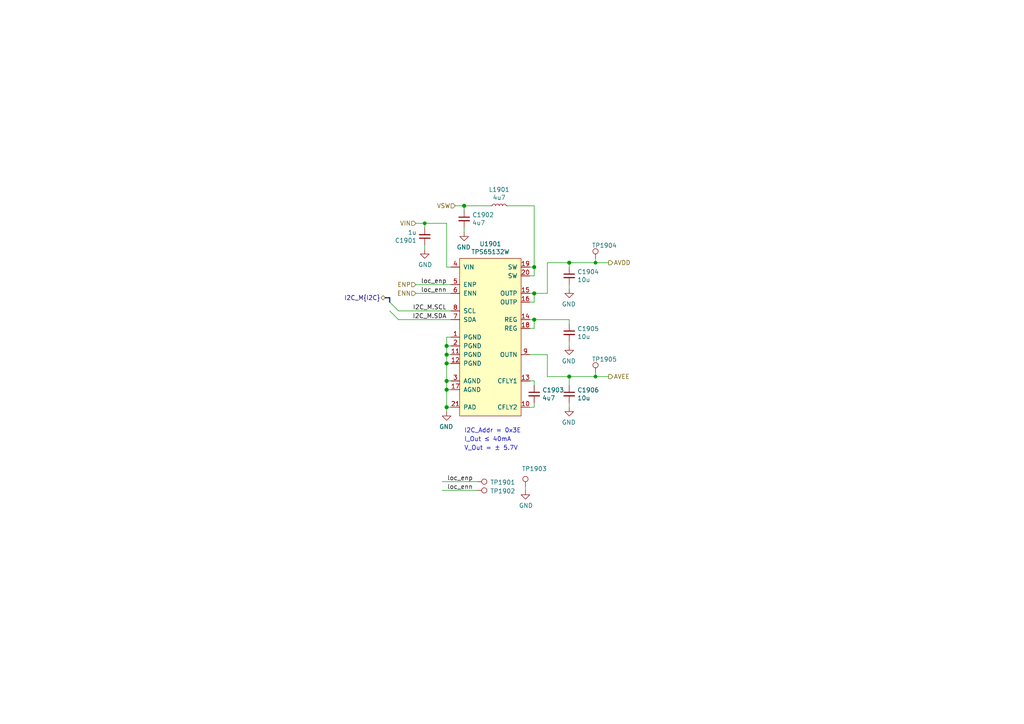
<source format=kicad_sch>
(kicad_sch (version 20210621) (generator eeschema)
  (paper "A4")
  (lib_symbols
    (symbol "DIYPie:TPS65132W" (pin_names (offset 1.016))
      (property "Reference" "U" (at -8.89 22.86 0))
      (property "Value" "TPS65132W" (at -1.27 -25.4 0))
      (symbol "TPS65132W_0_1"
        (rectangle (start -8.89 21.59) (end 8.89 -24.13) (fill (type background)))
      )
      (symbol "TPS65132W_1_1"
        (pin power_in line (at -11.43 -1.27 0) (length 2.54) (name "PGND") (number "1"))
        (pin bidirectional line (at 11.43 -21.59 180) (length 2.54) (name "CFLY2") (number "10"))
        (pin power_in line (at -11.43 -6.35 0) (length 2.54) (name "PGND") (number "11"))
        (pin power_in line (at -11.43 -8.89 0) (length 2.54) (name "PGND") (number "12"))
        (pin bidirectional line (at 11.43 -13.97 180) (length 2.54) (name "CFLY1") (number "13"))
        (pin power_out line (at 11.43 3.81 180) (length 2.54) (name "REG") (number "14"))
        (pin power_out line (at 11.43 11.43 180) (length 2.54) (name "OUTP") (number "15"))
        (pin passive line (at 11.43 8.89 180) (length 2.54) (name "OUTP") (number "16"))
        (pin power_in line (at -11.43 -16.51 0) (length 2.54) (name "AGND") (number "17"))
        (pin passive line (at 11.43 1.27 180) (length 2.54) (name "REG") (number "18"))
        (pin passive line (at 11.43 19.05 180) (length 2.54) (name "SW") (number "19"))
        (pin power_in line (at -11.43 -3.81 0) (length 2.54) (name "PGND") (number "2"))
        (pin passive line (at 11.43 16.51 180) (length 2.54) (name "SW") (number "20"))
        (pin power_in line (at -11.43 -21.59 0) (length 2.54) (name "PAD") (number "21"))
        (pin power_in line (at -11.43 -13.97 0) (length 2.54) (name "AGND") (number "3"))
        (pin power_in line (at -11.43 19.05 0) (length 2.54) (name "VIN") (number "4"))
        (pin input line (at -11.43 13.97 0) (length 2.54) (name "ENP") (number "5"))
        (pin input line (at -11.43 11.43 0) (length 2.54) (name "ENN") (number "6"))
        (pin open_collector line (at -11.43 3.81 0) (length 2.54) (name "SDA") (number "7"))
        (pin open_collector line (at -11.43 6.35 0) (length 2.54) (name "SCL") (number "8"))
        (pin power_out line (at 11.43 -6.35 180) (length 2.54) (name "OUTN") (number "9"))
      )
    )
    (symbol "DIYPie:TestPoint" (pin_numbers hide) (pin_names (offset 0.762) hide)
      (property "Reference" "TP" (at 0 5.588 0))
      (property "Value" "TestPoint" (at 0 3.81 0))
      (symbol "TestPoint_0_1"
        (circle (center 0 2.032) (radius 0.762))
      )
      (symbol "TestPoint_1_1"
        (pin passive line (at 0 0 90) (length 1.27) (name "1") (number "1"))
      )
    )
    (symbol "Device:C_Small" (pin_numbers hide) (pin_names (offset 0.254) hide)
      (property "Reference" "C" (at 0.254 1.778 0))
      (property "Value" "C_Small" (at 0.254 -2.032 0))
      (symbol "C_Small_0_1"
        (polyline (pts (xy -1.524 -0.508) (xy 1.524 -0.508)) (stroke (width 0.3302)))
        (polyline (pts (xy -1.524 0.508) (xy 1.524 0.508)) (stroke (width 0.3048)))
      )
      (symbol "C_Small_1_1"
        (pin passive line (at 0 2.54 270) (length 2.032) (name "~") (number "1"))
        (pin passive line (at 0 -2.54 90) (length 2.032) (name "~") (number "2"))
      )
    )
    (symbol "Device:L_Small" (pin_numbers hide) (pin_names (offset 0.254) hide)
      (property "Reference" "L" (at 0.762 1.016 0))
      (property "Value" "L_Small" (at 0.762 -1.016 0))
      (symbol "L_Small_0_1"
        (arc (start 0 -2.032) (end 0 -1.016) (radius (at 0 -1.524) (length 0.508) (angles -89.9 89.9)))
        (arc (start 0 -1.016) (end 0 0) (radius (at 0 -0.508) (length 0.508) (angles -89.9 89.9)))
        (arc (start 0 0) (end 0 1.016) (radius (at 0 0.508) (length 0.508) (angles -89.9 89.9)))
        (arc (start 0 1.016) (end 0 2.032) (radius (at 0 1.524) (length 0.508) (angles -89.9 89.9)))
      )
      (symbol "L_Small_1_1"
        (pin passive line (at 0 2.54 270) (length 0.508) (name "~") (number "1"))
        (pin passive line (at 0 -2.54 90) (length 0.508) (name "~") (number "2"))
      )
    )
    (symbol "power:GND" (power) (pin_names (offset 0))
      (property "Value" "GND" (at 0 -3.81 0))
      (symbol "GND_0_1"
        (polyline (pts (xy 0 0) (xy 0 -1.27) (xy 1.27 -1.27) (xy 0 -2.54) (xy -1.27 -1.27) (xy 0 -1.27)))
      )
      (symbol "GND_1_1"
        (pin power_in line (at 0 0 270) (length 0) hide (name "GND") (number "1"))
      )
    )
  )
  (junction (at 123.19 64.77) (diameter 0.9144))
  (junction (at 129.54 100.33) (diameter 1.016))
  (junction (at 129.54 102.87) (diameter 1.016))
  (junction (at 129.54 105.41) (diameter 1.016))
  (junction (at 129.54 110.49) (diameter 1.016))
  (junction (at 129.54 113.03) (diameter 1.016))
  (junction (at 129.54 118.11) (diameter 1.016))
  (junction (at 134.62 59.69) (diameter 1.016))
  (junction (at 154.94 77.47) (diameter 1.016))
  (junction (at 154.94 85.09) (diameter 1.016))
  (junction (at 154.94 92.71) (diameter 1.016))
  (junction (at 165.1 76.2) (diameter 1.016))
  (junction (at 165.1 109.22) (diameter 1.016))
  (junction (at 172.72 76.2) (diameter 0.9144))
  (junction (at 172.72 109.22) (diameter 0.9144))
  (bus_entry (at 113.03 87.63) (size 2.54 2.54) (stroke (width 0.1524)))
  (bus_entry (at 113.03 90.17) (size 2.54 2.54) (stroke (width 0.1524)))
  (wire (pts (xy 115.57 90.17) (xy 130.81 90.17)))
  (wire (pts (xy 115.57 92.71) (xy 130.81 92.71)))
  (wire (pts (xy 120.65 64.77) (xy 123.19 64.77)))
  (wire (pts (xy 120.65 82.55) (xy 130.81 82.55)))
  (wire (pts (xy 120.65 85.09) (xy 130.81 85.09)))
  (wire (pts (xy 123.19 64.77) (xy 123.19 66.04)))
  (wire (pts (xy 123.19 64.77) (xy 129.54 64.77)))
  (wire (pts (xy 123.19 71.12) (xy 123.19 72.39)))
  (wire (pts (xy 128.27 139.7) (xy 138.43 139.7)))
  (wire (pts (xy 128.27 142.24) (xy 138.43 142.24)))
  (wire (pts (xy 129.54 64.77) (xy 129.54 77.47)))
  (wire (pts (xy 129.54 97.79) (xy 129.54 100.33)))
  (wire (pts (xy 129.54 100.33) (xy 129.54 102.87)))
  (wire (pts (xy 129.54 102.87) (xy 129.54 105.41)))
  (wire (pts (xy 129.54 105.41) (xy 129.54 110.49)))
  (wire (pts (xy 129.54 110.49) (xy 129.54 113.03)))
  (wire (pts (xy 129.54 113.03) (xy 129.54 118.11)))
  (wire (pts (xy 129.54 118.11) (xy 129.54 119.38)))
  (wire (pts (xy 130.81 77.47) (xy 129.54 77.47)))
  (wire (pts (xy 130.81 97.79) (xy 129.54 97.79)))
  (wire (pts (xy 130.81 100.33) (xy 129.54 100.33)))
  (wire (pts (xy 130.81 102.87) (xy 129.54 102.87)))
  (wire (pts (xy 130.81 105.41) (xy 129.54 105.41)))
  (wire (pts (xy 130.81 110.49) (xy 129.54 110.49)))
  (wire (pts (xy 130.81 113.03) (xy 129.54 113.03)))
  (wire (pts (xy 130.81 118.11) (xy 129.54 118.11)))
  (wire (pts (xy 132.08 59.69) (xy 134.62 59.69)))
  (wire (pts (xy 134.62 59.69) (xy 134.62 60.96)))
  (wire (pts (xy 134.62 66.04) (xy 134.62 67.31)))
  (wire (pts (xy 142.24 59.69) (xy 134.62 59.69)))
  (wire (pts (xy 147.32 59.69) (xy 154.94 59.69)))
  (wire (pts (xy 152.4 140.97) (xy 152.4 142.24)))
  (wire (pts (xy 153.67 77.47) (xy 154.94 77.47)))
  (wire (pts (xy 153.67 80.01) (xy 154.94 80.01)))
  (wire (pts (xy 153.67 87.63) (xy 154.94 87.63)))
  (wire (pts (xy 153.67 95.25) (xy 154.94 95.25)))
  (wire (pts (xy 153.67 102.87) (xy 158.75 102.87)))
  (wire (pts (xy 154.94 59.69) (xy 154.94 77.47)))
  (wire (pts (xy 154.94 80.01) (xy 154.94 77.47)))
  (wire (pts (xy 154.94 85.09) (xy 153.67 85.09)))
  (wire (pts (xy 154.94 85.09) (xy 158.75 85.09)))
  (wire (pts (xy 154.94 87.63) (xy 154.94 85.09)))
  (wire (pts (xy 154.94 92.71) (xy 153.67 92.71)))
  (wire (pts (xy 154.94 92.71) (xy 165.1 92.71)))
  (wire (pts (xy 154.94 95.25) (xy 154.94 92.71)))
  (wire (pts (xy 154.94 110.49) (xy 153.67 110.49)))
  (wire (pts (xy 154.94 111.76) (xy 154.94 110.49)))
  (wire (pts (xy 154.94 116.84) (xy 154.94 118.11)))
  (wire (pts (xy 154.94 118.11) (xy 153.67 118.11)))
  (wire (pts (xy 158.75 76.2) (xy 165.1 76.2)))
  (wire (pts (xy 158.75 85.09) (xy 158.75 76.2)))
  (wire (pts (xy 158.75 102.87) (xy 158.75 109.22)))
  (wire (pts (xy 158.75 109.22) (xy 165.1 109.22)))
  (wire (pts (xy 165.1 76.2) (xy 165.1 77.47)))
  (wire (pts (xy 165.1 76.2) (xy 172.72 76.2)))
  (wire (pts (xy 165.1 82.55) (xy 165.1 83.82)))
  (wire (pts (xy 165.1 92.71) (xy 165.1 93.98)))
  (wire (pts (xy 165.1 100.33) (xy 165.1 99.06)))
  (wire (pts (xy 165.1 109.22) (xy 165.1 111.76)))
  (wire (pts (xy 165.1 109.22) (xy 172.72 109.22)))
  (wire (pts (xy 165.1 118.11) (xy 165.1 116.84)))
  (wire (pts (xy 172.72 74.93) (xy 172.72 76.2)))
  (wire (pts (xy 172.72 76.2) (xy 176.53 76.2)))
  (wire (pts (xy 172.72 107.95) (xy 172.72 109.22)))
  (wire (pts (xy 172.72 109.22) (xy 176.53 109.22)))
  (bus (pts (xy 111.76 86.36) (xy 113.03 86.36)))
  (bus (pts (xy 113.03 86.36) (xy 113.03 90.17)))
  (text "I2C_Addr = 0x3E" (at 134.62 125.73 0) (effects (font (size 1.27 1.27)) (justify left bottom)))
  (text "I_Out ≤ 40mA" (at 134.62 128.27 0) (effects (font (size 1.27 1.27)) (justify left bottom)))
  (text "V_Out = ± 5.7V" (at 134.62 130.81 0) (effects (font (size 1.27 1.27)) (justify left bottom)))
  (label "loc_enp" (at 129.54 82.55 180))
  (label "loc_enn" (at 129.54 85.09 180))
  (label "I2C_M.SCL" (at 129.54 90.17 180))
  (label "I2C_M.SDA" (at 129.54 92.71 180))
  (label "loc_enp" (at 137.16 139.7 180))
  (label "loc_enn" (at 137.16 142.24 180))
  (hierarchical_label "I2C_M{I2C}" (shape bidirectional) (at 111.76 86.36 180))
  (hierarchical_label "VIN" (shape input) (at 120.65 64.77 180))
  (hierarchical_label "ENP" (shape input) (at 120.65 82.55 180))
  (hierarchical_label "ENN" (shape input) (at 120.65 85.09 180))
  (hierarchical_label "VSW" (shape input) (at 132.08 59.69 180))
  (hierarchical_label "AVDD" (shape output) (at 176.53 76.2 0))
  (hierarchical_label "AVEE" (shape output) (at 176.53 109.22 0))
  (symbol (lib_id "DIYPie:TestPoint") (at 138.43 139.7 270) (unit 1)
    (property "Reference" "TP1901" (at 142.1638 139.9032 90) (effects (justify left)))
    (property "Value" "TestPoint" (effects hide))
    (property "Footprint" "DIYPie:TestPoint_Pad_D1.5mm" (effects hide))
    (property "Description" "Generic testpoint" (effects hide))
  )
  (symbol (lib_id "DIYPie:TestPoint") (at 138.43 142.24 270) (unit 1)
    (property "Reference" "TP1902" (at 142.1638 142.4432 90) (effects (justify left)))
    (property "Value" "TestPoint" (effects hide))
    (property "Footprint" "DIYPie:TestPoint_Pad_D1.5mm" (effects hide))
    (property "Description" "Generic testpoint" (effects hide))
  )
  (symbol (lib_id "DIYPie:TestPoint") (at 152.4 140.97 0) (unit 1)
    (property "Reference" "TP1903" (at 151.3332 135.9662 0) (effects (justify left)))
    (property "Value" "TestPoint" (effects hide))
    (property "Footprint" "DIYPie:TestPoint_Pad_D1.5mm" (effects hide))
    (property "Description" "Generic testpoint" (effects hide))
  )
  (symbol (lib_id "DIYPie:TestPoint") (at 172.72 74.93 0) (unit 1)
    (property "Reference" "TP1904" (at 171.6532 71.1962 0) (effects (justify left)))
    (property "Value" "TestPoint" (effects hide))
    (property "Footprint" "DIYPie:TestPoint_Pad_D1.5mm" (effects hide))
    (property "Description" "Generic testpoint" (effects hide))
  )
  (symbol (lib_id "DIYPie:TestPoint") (at 172.72 107.95 0) (unit 1)
    (property "Reference" "TP1905" (at 171.6532 104.2162 0) (effects (justify left)))
    (property "Value" "TestPoint" (effects hide))
    (property "Footprint" "DIYPie:TestPoint_Pad_D1.5mm" (effects hide))
    (property "Description" "Generic testpoint" (effects hide))
  )
  (symbol (lib_id "Device:L_Small") (at 144.78 59.69 90) (unit 1)
    (property "Reference" "L1901" (at 144.78 54.991 90))
    (property "Value" "4u7" (at 144.78 57.3024 90))
    (property "Footprint" "DIYPie:L_1008_2520Metric" (effects hide))
    (property "Manufacturer" "any" (effects hide))
    (property "Mouser_PN" "815-AIML-1008HC4R7MT" (effects hide))
    (property "Mouser_PL" "https://eu.mouser.com/ProductDetail/ABRACON/AIML-1008HC-4R7M-T?qs=7Oetya%252B4D2CnGSkH4gx1NQ%3D%3D" (effects hide))
    (property "Tolerance" "20%" (effects hide))
    (property "Current" "1.3A" (effects hide))
  )
  (symbol (lib_id "power:GND") (at 123.19 72.39 0) (unit 1)
    (property "Reference" "#PWR01901" (effects hide))
    (property "Value" "GND" (at 123.317 76.7842 0))
  )
  (symbol (lib_id "power:GND") (at 129.54 119.38 0) (mirror y) (unit 1)
    (property "Reference" "#PWR01902" (effects hide))
    (property "Value" "GND" (at 129.413 123.7742 0))
  )
  (symbol (lib_id "power:GND") (at 134.62 67.31 0) (mirror y) (unit 1)
    (property "Reference" "#PWR01903" (effects hide))
    (property "Value" "GND" (at 134.493 71.7042 0))
  )
  (symbol (lib_id "power:GND") (at 152.4 142.24 0) (unit 1)
    (property "Reference" "#PWR01904" (effects hide))
    (property "Value" "GND" (at 152.527 146.6342 0))
  )
  (symbol (lib_id "power:GND") (at 165.1 83.82 0) (mirror y) (unit 1)
    (property "Reference" "#PWR01905" (effects hide))
    (property "Value" "GND" (at 164.973 88.2142 0))
  )
  (symbol (lib_id "power:GND") (at 165.1 100.33 0) (mirror y) (unit 1)
    (property "Reference" "#PWR01906" (effects hide))
    (property "Value" "GND" (at 164.973 104.7242 0))
  )
  (symbol (lib_id "power:GND") (at 165.1 118.11 0) (mirror y) (unit 1)
    (property "Reference" "#PWR01907" (effects hide))
    (property "Value" "GND" (at 164.973 122.5042 0))
  )
  (symbol (lib_id "Device:C_Small") (at 123.19 68.58 180) (unit 1)
    (property "Reference" "C1901" (at 120.8532 69.7484 0) (effects (justify left)))
    (property "Value" "1u" (at 120.8532 67.437 0) (effects (justify left)))
    (property "Footprint" "DIYPie:C_0402_1005Metric" (effects hide))
    (property "Manufacturer" "any" (effects hide))
    (property "Mouser_PN" "963-JMK105BJ105KV-F" (effects hide))
    (property "Mouser_PL" "https://eu.mouser.com/ProductDetail/Taiyo-Yuden/JMK105BJ105KV-F?qs=sGAEpiMZZMsh%252B1woXyUXjzXZPAgA2%252BEMtIn1%252BN%252BY7mE%3D" (effects hide))
    (property "Tolerance" "20%" (effects hide))
    (property "Voltage" "6.3V" (effects hide))
    (property "Dielectric" "X5R" (effects hide))
  )
  (symbol (lib_id "Device:C_Small") (at 134.62 63.5 0) (unit 1)
    (property "Reference" "C1902" (at 136.9568 62.3316 0) (effects (justify left)))
    (property "Value" "4u7" (at 136.9568 64.643 0) (effects (justify left)))
    (property "Footprint" "DIYPie:C_0603_1608Metric" (effects hide))
    (property "Manufacturer" "any" (effects hide))
    (property "Mouser_PN" "187-CL10A475KP8NNNC" (effects hide))
    (property "Mouser_PL" "https://eu.mouser.com/ProductDetail/Samsung-Electro-Mechanics/CL10A475KP8NNNC?qs=sGAEpiMZZMt7gvpyg0xT8uePhgAryV60oEO7JM%2FL%2Fpg%3D" (effects hide))
    (property "Tolerance" "20%" (effects hide))
    (property "Voltage" "6.3V" (effects hide))
    (property "Dielectric" "X5R" (effects hide))
  )
  (symbol (lib_id "Device:C_Small") (at 154.94 114.3 0) (unit 1)
    (property "Reference" "C1903" (at 157.2768 113.1316 0) (effects (justify left)))
    (property "Value" "4u7" (at 157.2768 115.443 0) (effects (justify left)))
    (property "Footprint" "DIYPie:C_0603_1608Metric" (effects hide))
    (property "Manufacturer" "any" (effects hide))
    (property "Mouser_PN" "187-CL10A475KP8NNNC" (effects hide))
    (property "Mouser_PL" "https://eu.mouser.com/ProductDetail/Samsung-Electro-Mechanics/CL10A475KP8NNNC?qs=sGAEpiMZZMt7gvpyg0xT8uePhgAryV60oEO7JM%2FL%2Fpg%3D" (effects hide))
    (property "Tolerance" "20%" (effects hide))
    (property "Voltage" "6.3V" (effects hide))
    (property "Dielectric" "X5R" (effects hide))
  )
  (symbol (lib_id "Device:C_Small") (at 165.1 80.01 0) (unit 1)
    (property "Reference" "C1904" (at 167.4368 78.8416 0) (effects (justify left)))
    (property "Value" "10u" (at 167.4368 81.153 0) (effects (justify left)))
    (property "Footprint" "DIYPie:C_0603_1608Metric" (effects hide))
    (property "Manufacturer" "any" (effects hide))
    (property "Mouser_PN" "187-CL10A106MQ8NNNC" (effects hide))
    (property "Mouser_PL" "https://eu.mouser.com/ProductDetail/Samsung-Electro-Mechanics/CL10A106MQ8NNNC?qs=sGAEpiMZZMvsSlwiRhF8qlxW52pIu5FNbeqT8s0amCo%3D" (effects hide))
    (property "Tolerance" "20%" (effects hide))
    (property "Voltage" "6.3V" (effects hide))
    (property "Dielectric" "X5R" (effects hide))
  )
  (symbol (lib_id "Device:C_Small") (at 165.1 96.52 0) (unit 1)
    (property "Reference" "C1905" (at 167.4368 95.3516 0) (effects (justify left)))
    (property "Value" "10u" (at 167.4368 97.663 0) (effects (justify left)))
    (property "Footprint" "DIYPie:C_0603_1608Metric" (effects hide))
    (property "Manufacturer" "any" (effects hide))
    (property "Mouser_PN" "187-CL10A106MQ8NNNC" (effects hide))
    (property "Mouser_PL" "https://eu.mouser.com/ProductDetail/Samsung-Electro-Mechanics/CL10A106MQ8NNNC?qs=sGAEpiMZZMvsSlwiRhF8qlxW52pIu5FNbeqT8s0amCo%3D" (effects hide))
    (property "Tolerance" "20%" (effects hide))
    (property "Voltage" "6.3V" (effects hide))
    (property "Dielectric" "X5R" (effects hide))
  )
  (symbol (lib_id "Device:C_Small") (at 165.1 114.3 0) (unit 1)
    (property "Reference" "C1906" (at 167.4368 113.1316 0) (effects (justify left)))
    (property "Value" "10u" (at 167.4368 115.443 0) (effects (justify left)))
    (property "Footprint" "DIYPie:C_0603_1608Metric" (effects hide))
    (property "Manufacturer" "any" (effects hide))
    (property "Mouser_PN" "187-CL10A106MQ8NNNC" (effects hide))
    (property "Mouser_PL" "https://eu.mouser.com/ProductDetail/Samsung-Electro-Mechanics/CL10A106MQ8NNNC?qs=sGAEpiMZZMvsSlwiRhF8qlxW52pIu5FNbeqT8s0amCo%3D" (effects hide))
    (property "Tolerance" "20%" (effects hide))
    (property "Voltage" "6.3V" (effects hide))
    (property "Dielectric" "X5R" (effects hide))
  )
  (symbol (lib_id "DIYPie:TPS65132W") (at 142.24 96.52 0) (unit 1)
    (property "Reference" "U1901" (at 142.24 70.739 0))
    (property "Value" "TPS65132W" (at 142.24 73.0504 0))
    (property "Footprint" "Package_DFN_QFN:QFN-20-1EP_3x4mm_P0.5mm_EP1.65x2.65mm_ThermalVias" (effects hide))
    (property "Datasheet" "https://www.ti.com/lit/ds/symlink/tps65132.pdf?HQS=TI-null-null-mousermode-df-pf-null-wwe&ts=1605869533409&ref_url=https%253A%252F%252Fro.mouser.com%252F" (effects hide))
    (property "Description" "LCD Bias generator" (effects hide))
    (property "Manufacturer" "Texas Instruments" (effects hide))
    (property "Manufacturer_PN" "TPS65132WRVCR " (effects hide))
    (property "Mouser_PN" "595-TPS65132WRVCR " (effects hide))
    (property "Mouser_PL" "https://ro.mouser.com/ProductDetail/Texas-Instruments/TPS65132WRVCR/?qs=pqSajtDZXRWSwkPnJk4KOw%3D%3D" (effects hide))
  )
)
</source>
